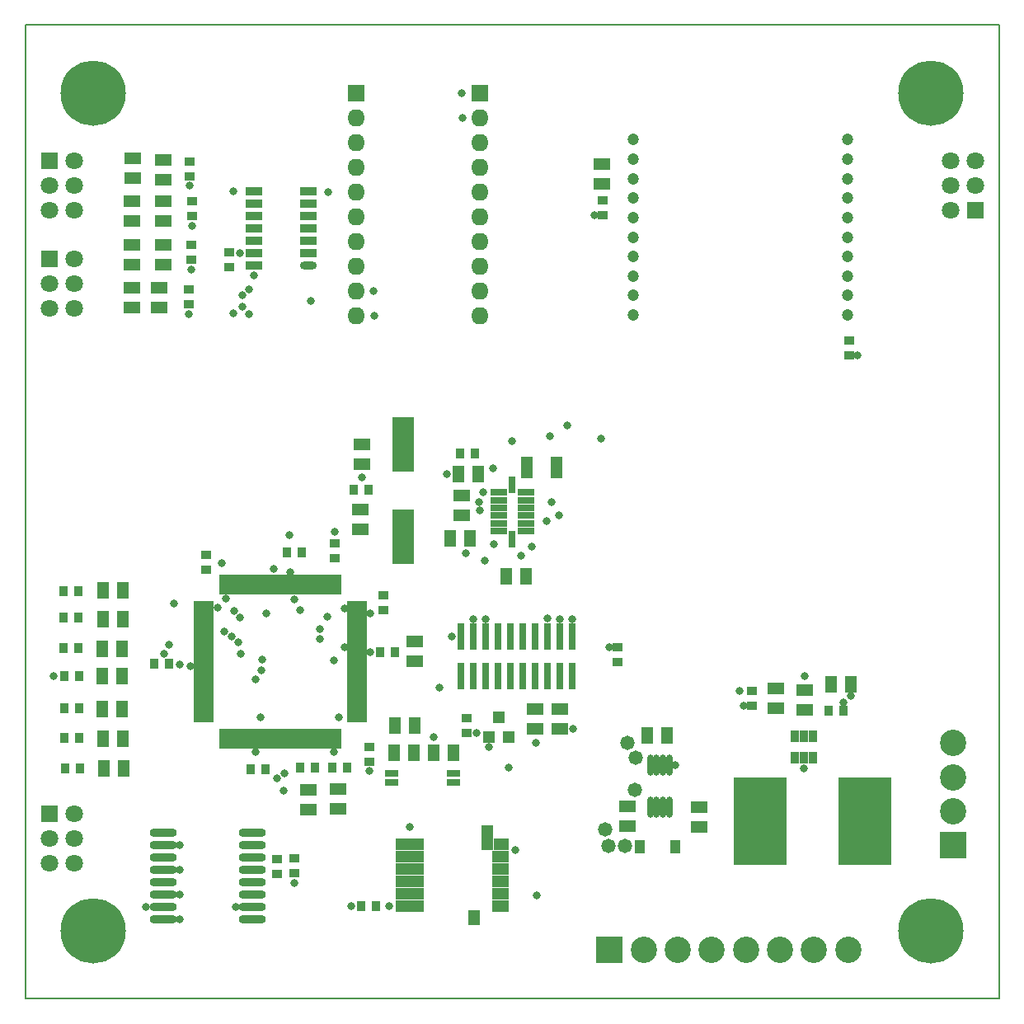
<source format=gts>
%FSLAX25Y25*%
%MOIN*%
G70*
G01*
G75*
G04 Layer_Color=8388736*
%ADD10R,0.06000X0.04000*%
%ADD11R,0.02953X0.11024*%
%ADD12R,0.04000X0.06000*%
%ADD13R,0.03201X0.02799*%
%ADD14R,0.02799X0.03201*%
%ADD15R,0.03543X0.04724*%
%ADD16O,0.10236X0.02756*%
%ADD17R,0.20472X0.34449*%
%ADD18O,0.01772X0.07874*%
%ADD19R,0.01201X0.07098*%
%ADD20R,0.01200X0.07100*%
%ADD21R,0.07100X0.01200*%
%ADD22R,0.07100X0.01200*%
%ADD23R,0.07098X0.01201*%
%ADD24R,0.02559X0.04134*%
%ADD25R,0.06000X0.02500*%
%ADD26O,0.06000X0.02500*%
%ADD27R,0.06299X0.01969*%
%ADD28R,0.01969X0.06299*%
%ADD29R,0.04724X0.02362*%
%ADD30R,0.07874X0.21654*%
%ADD31R,0.04000X0.04000*%
%ADD32R,0.04000X0.08000*%
%ADD33R,0.03937X0.09055*%
%ADD34R,0.03937X0.05118*%
%ADD35R,0.05118X0.03937*%
%ADD36R,0.05906X0.03937*%
%ADD37R,0.11024X0.03937*%
%ADD38C,0.01181*%
%ADD39C,0.01969*%
%ADD40C,0.00591*%
%ADD41C,0.00787*%
%ADD42C,0.06299*%
%ADD43R,0.06299X0.06299*%
%ADD44R,0.06300X0.06200*%
%ADD45O,0.06300X0.06200*%
%ADD46C,0.25590*%
%ADD47R,0.09843X0.09843*%
%ADD48C,0.09843*%
%ADD49C,0.03937*%
%ADD50R,0.09843X0.09843*%
%ADD51C,0.02362*%
%ADD52C,0.05000*%
%ADD53C,0.04000*%
%ADD54C,0.05906*%
G04:AMPARAMS|DCode=55|XSize=74.803mil|YSize=74.803mil|CornerRadius=0mil|HoleSize=0mil|Usage=FLASHONLY|Rotation=0.000|XOffset=0mil|YOffset=0mil|HoleType=Round|Shape=Relief|Width=10mil|Gap=7.87mil|Entries=4|*
%AMTHD55*
7,0,0,0.07480,0.05906,0.01000,45*
%
%ADD55THD55*%
%ADD56C,0.05512*%
G04:AMPARAMS|DCode=57|XSize=70.866mil|YSize=70.866mil|CornerRadius=0mil|HoleSize=0mil|Usage=FLASHONLY|Rotation=0.000|XOffset=0mil|YOffset=0mil|HoleType=Round|Shape=Relief|Width=10mil|Gap=7.87mil|Entries=4|*
%AMTHD57*
7,0,0,0.07087,0.05512,0.01000,45*
%
%ADD57THD57*%
G04:AMPARAMS|DCode=58|XSize=161.417mil|YSize=161.417mil|CornerRadius=0mil|HoleSize=0mil|Usage=FLASHONLY|Rotation=0.000|XOffset=0mil|YOffset=0mil|HoleType=Round|Shape=Relief|Width=10mil|Gap=7.87mil|Entries=4|*
%AMTHD58*
7,0,0,0.16142,0.14567,0.01000,45*
%
%ADD58THD58*%
%ADD59C,0.08268*%
G04:AMPARAMS|DCode=60|XSize=98.425mil|YSize=98.425mil|CornerRadius=0mil|HoleSize=0mil|Usage=FLASHONLY|Rotation=0.000|XOffset=0mil|YOffset=0mil|HoleType=Round|Shape=Relief|Width=10mil|Gap=7.87mil|Entries=4|*
%AMTHD60*
7,0,0,0.09843,0.08268,0.01000,45*
%
%ADD60THD60*%
%ADD61C,0.05118*%
G04:AMPARAMS|DCode=62|XSize=66.929mil|YSize=66.929mil|CornerRadius=0mil|HoleSize=0mil|Usage=FLASHONLY|Rotation=0.000|XOffset=0mil|YOffset=0mil|HoleType=Round|Shape=Relief|Width=10mil|Gap=7.87mil|Entries=4|*
%AMTHD62*
7,0,0,0.06693,0.05118,0.01000,45*
%
%ADD62THD62*%
%ADD63C,0.03543*%
G04:AMPARAMS|DCode=64|XSize=51.181mil|YSize=51.181mil|CornerRadius=0mil|HoleSize=0mil|Usage=FLASHONLY|Rotation=0.000|XOffset=0mil|YOffset=0mil|HoleType=Round|Shape=Relief|Width=10mil|Gap=7.87mil|Entries=4|*
%AMTHD64*
7,0,0,0.05118,0.03543,0.01000,45*
%
%ADD64THD64*%
G04:AMPARAMS|DCode=65|XSize=67.37mil|YSize=67.37mil|CornerRadius=0mil|HoleSize=0mil|Usage=FLASHONLY|Rotation=0.000|XOffset=0mil|YOffset=0mil|HoleType=Round|Shape=Relief|Width=10mil|Gap=7.87mil|Entries=4|*
%AMTHD65*
7,0,0,0.06737,0.05162,0.01000,45*
%
%ADD65THD65*%
%ADD66C,0.05162*%
%ADD67C,0.14567*%
%ADD68R,0.01181X0.03150*%
%ADD69R,0.03150X0.01181*%
%ADD70R,0.19685X0.19685*%
%ADD71R,0.12598X0.12598*%
%ADD72C,0.00984*%
%ADD73C,0.02362*%
%ADD74C,0.01000*%
%ADD75C,0.00800*%
%ADD76C,0.00394*%
%ADD77C,0.00197*%
%ADD78C,0.00500*%
%ADD79C,0.01200*%
%ADD80R,0.06800X0.04800*%
%ADD81R,0.04800X0.06800*%
%ADD82R,0.04001X0.03599*%
%ADD83R,0.03599X0.04001*%
%ADD84R,0.04343X0.05524*%
%ADD85O,0.11036X0.03556*%
%ADD86R,0.21272X0.35249*%
%ADD87O,0.02572X0.08674*%
%ADD88R,0.02001X0.07898*%
%ADD89R,0.02000X0.07900*%
%ADD90R,0.07900X0.02000*%
%ADD91R,0.07900X0.02000*%
%ADD92R,0.07898X0.02001*%
%ADD93R,0.03359X0.04934*%
%ADD94R,0.06800X0.03300*%
%ADD95O,0.06800X0.03300*%
%ADD96R,0.07099X0.02769*%
%ADD97R,0.02769X0.07099*%
%ADD98R,0.05524X0.03162*%
%ADD99R,0.08674X0.22453*%
%ADD100R,0.04800X0.04800*%
%ADD101R,0.04800X0.08800*%
%ADD102R,0.04737X0.09855*%
%ADD103R,0.04737X0.05918*%
%ADD104R,0.05918X0.04737*%
%ADD105R,0.06706X0.04737*%
%ADD106R,0.11824X0.04737*%
%ADD107C,0.07099*%
%ADD108R,0.07099X0.07099*%
%ADD109R,0.07100X0.07000*%
%ADD110O,0.07100X0.07000*%
%ADD111C,0.26391*%
%ADD112R,0.10642X0.10642*%
%ADD113C,0.10642*%
%ADD114C,0.04737*%
%ADD115R,0.10642X0.10642*%
%ADD116C,0.03162*%
%ADD117C,0.05800*%
D11*
X176122Y130287D02*
D03*
Y146287D02*
D03*
X181122Y130287D02*
D03*
Y146287D02*
D03*
X186122Y130287D02*
D03*
Y146287D02*
D03*
X191122Y130287D02*
D03*
Y146287D02*
D03*
X196122Y130287D02*
D03*
Y146287D02*
D03*
X201122Y130287D02*
D03*
Y146287D02*
D03*
X206122Y130287D02*
D03*
Y146287D02*
D03*
X211122Y130287D02*
D03*
Y146287D02*
D03*
X216122Y130287D02*
D03*
Y146287D02*
D03*
X221122Y130287D02*
D03*
Y146287D02*
D03*
D41*
X0Y0D02*
Y393701D01*
X393701D01*
Y0D02*
Y393701D01*
X0Y0D02*
X393701D01*
D80*
X157283Y136354D02*
D03*
Y144354D02*
D03*
X206201Y108992D02*
D03*
Y116992D02*
D03*
X216142Y108992D02*
D03*
Y116992D02*
D03*
X135531Y197898D02*
D03*
Y189898D02*
D03*
X135925Y216079D02*
D03*
Y224079D02*
D03*
X176279Y203410D02*
D03*
Y195410D02*
D03*
X126476Y84610D02*
D03*
Y76610D02*
D03*
X114567Y84413D02*
D03*
Y76413D02*
D03*
X303346Y125260D02*
D03*
Y117260D02*
D03*
X243504Y77721D02*
D03*
Y69721D02*
D03*
X272343Y69524D02*
D03*
Y77524D02*
D03*
X233071Y329366D02*
D03*
Y337366D02*
D03*
X54233Y279303D02*
D03*
Y287303D02*
D03*
X43012D02*
D03*
Y279303D02*
D03*
X55610Y296590D02*
D03*
Y304591D02*
D03*
X43012Y304787D02*
D03*
Y296788D02*
D03*
X55610Y314307D02*
D03*
Y322307D02*
D03*
X43012Y322307D02*
D03*
Y314307D02*
D03*
X55807Y331039D02*
D03*
Y339039D02*
D03*
X43307Y339630D02*
D03*
Y331630D02*
D03*
X315158Y124866D02*
D03*
Y116866D02*
D03*
D81*
X149248Y110531D02*
D03*
X157248D02*
D03*
X156953Y99409D02*
D03*
X148953D02*
D03*
X165094Y99508D02*
D03*
X173094D02*
D03*
X183232Y212008D02*
D03*
X175232D02*
D03*
X171689Y186221D02*
D03*
X179689D02*
D03*
X202327Y170866D02*
D03*
X194327D02*
D03*
X333823Y127067D02*
D03*
X325823D02*
D03*
X251413Y106299D02*
D03*
X259413D02*
D03*
X31630Y93209D02*
D03*
X39630D02*
D03*
X31433Y105118D02*
D03*
X39433D02*
D03*
X31138Y117225D02*
D03*
X39138D02*
D03*
X31138Y130413D02*
D03*
X39138D02*
D03*
X31236Y141535D02*
D03*
X39236D02*
D03*
X31433Y153347D02*
D03*
X39433D02*
D03*
X31433Y165059D02*
D03*
X39433D02*
D03*
D82*
X139173Y95720D02*
D03*
Y101720D02*
D03*
X144783Y157138D02*
D03*
Y163138D02*
D03*
X239468Y135976D02*
D03*
Y141976D02*
D03*
X178543Y107335D02*
D03*
Y113335D02*
D03*
X293602Y124260D02*
D03*
Y118260D02*
D03*
X101870Y56543D02*
D03*
Y50543D02*
D03*
X108661Y56642D02*
D03*
Y50642D02*
D03*
X72933Y179280D02*
D03*
Y173280D02*
D03*
X332973Y265992D02*
D03*
Y259992D02*
D03*
X233465Y316587D02*
D03*
Y322587D02*
D03*
X82284Y295819D02*
D03*
Y301819D02*
D03*
X66142Y286697D02*
D03*
Y280697D02*
D03*
X67126Y304771D02*
D03*
Y298772D02*
D03*
X67520Y322390D02*
D03*
Y316390D02*
D03*
X66535Y338531D02*
D03*
Y332531D02*
D03*
X125000Y184004D02*
D03*
Y178004D02*
D03*
D83*
X130067Y93504D02*
D03*
X124067D02*
D03*
X117173Y93307D02*
D03*
X111173D02*
D03*
X105661Y180315D02*
D03*
X111661D02*
D03*
X132827Y205709D02*
D03*
X138827D02*
D03*
X175642Y220276D02*
D03*
X181642D02*
D03*
X143457Y140059D02*
D03*
X149457D02*
D03*
X91193Y92717D02*
D03*
X97193D02*
D03*
X141779Y37303D02*
D03*
X135780D02*
D03*
X52118Y135433D02*
D03*
X58118D02*
D03*
X16193Y93209D02*
D03*
X22193D02*
D03*
X15898Y105512D02*
D03*
X21898D02*
D03*
X15799Y117323D02*
D03*
X21799D02*
D03*
X15701Y130413D02*
D03*
X21701D02*
D03*
X15504Y141732D02*
D03*
X21504D02*
D03*
X15504Y153937D02*
D03*
X21504D02*
D03*
X324854Y116437D02*
D03*
X330854D02*
D03*
X15307Y164862D02*
D03*
X21307D02*
D03*
D84*
X248425Y61319D02*
D03*
X262598D02*
D03*
D85*
X91831Y32106D02*
D03*
Y37106D02*
D03*
Y42106D02*
D03*
Y47106D02*
D03*
Y52106D02*
D03*
Y57106D02*
D03*
Y62106D02*
D03*
Y67106D02*
D03*
X55610Y32106D02*
D03*
Y37106D02*
D03*
Y42106D02*
D03*
Y47106D02*
D03*
Y52106D02*
D03*
Y57106D02*
D03*
Y62106D02*
D03*
Y67106D02*
D03*
D86*
X297047Y71851D02*
D03*
X339567D02*
D03*
D87*
X252658Y77559D02*
D03*
X255217D02*
D03*
X257775D02*
D03*
X260335D02*
D03*
X252658Y94488D02*
D03*
X255217D02*
D03*
X257775D02*
D03*
X260335D02*
D03*
D88*
X81398Y105118D02*
D03*
X79429D02*
D03*
D89*
X83366D02*
D03*
X85335D02*
D03*
X87303D02*
D03*
X89272D02*
D03*
X91240D02*
D03*
X93209D02*
D03*
X95177D02*
D03*
X97146D02*
D03*
X99114D02*
D03*
X101083D02*
D03*
X103051D02*
D03*
X105020D02*
D03*
X106988D02*
D03*
X108957D02*
D03*
X110925D02*
D03*
X112894D02*
D03*
X114862D02*
D03*
X116831D02*
D03*
X118799D02*
D03*
X120768D02*
D03*
X122736D02*
D03*
X124705D02*
D03*
X126673D02*
D03*
X81398Y167323D02*
D03*
X83366D02*
D03*
X85335D02*
D03*
X87303D02*
D03*
X89272D02*
D03*
X79429D02*
D03*
X91240D02*
D03*
X93209D02*
D03*
X95177D02*
D03*
X97146D02*
D03*
X103051D02*
D03*
X105020D02*
D03*
X106988D02*
D03*
X108957D02*
D03*
X110925D02*
D03*
X112894D02*
D03*
X114862D02*
D03*
X116831D02*
D03*
X118799D02*
D03*
X120768D02*
D03*
X122736D02*
D03*
X124705D02*
D03*
X126673D02*
D03*
X99114Y167323D02*
D03*
X101083D02*
D03*
D90*
X134153Y114567D02*
D03*
Y112599D02*
D03*
Y116535D02*
D03*
Y118504D02*
D03*
Y120473D02*
D03*
X71949Y151969D02*
D03*
Y153937D02*
D03*
Y155905D02*
D03*
Y157874D02*
D03*
D91*
X134153Y122441D02*
D03*
Y124409D02*
D03*
Y126378D02*
D03*
Y128347D02*
D03*
Y130315D02*
D03*
Y132283D02*
D03*
Y134252D02*
D03*
Y136221D02*
D03*
Y138189D02*
D03*
Y140157D02*
D03*
Y142126D02*
D03*
Y144095D02*
D03*
Y146063D02*
D03*
Y148031D02*
D03*
Y150000D02*
D03*
Y151969D02*
D03*
Y153937D02*
D03*
Y155905D02*
D03*
Y157874D02*
D03*
Y159843D02*
D03*
X71949Y112599D02*
D03*
Y116535D02*
D03*
Y118504D02*
D03*
Y122441D02*
D03*
Y124409D02*
D03*
Y126378D02*
D03*
Y128347D02*
D03*
Y130315D02*
D03*
Y132283D02*
D03*
Y134252D02*
D03*
Y136221D02*
D03*
Y138189D02*
D03*
Y140157D02*
D03*
Y142126D02*
D03*
Y144095D02*
D03*
Y146063D02*
D03*
Y148031D02*
D03*
Y150000D02*
D03*
Y120472D02*
D03*
Y114567D02*
D03*
D92*
Y159843D02*
D03*
D93*
X311024Y97342D02*
D03*
X314764D02*
D03*
X318504D02*
D03*
Y106201D02*
D03*
X314764D02*
D03*
X311024D02*
D03*
D94*
X114272Y301260D02*
D03*
Y306260D02*
D03*
X92272Y296260D02*
D03*
Y301260D02*
D03*
Y306260D02*
D03*
Y311260D02*
D03*
Y316260D02*
D03*
Y321260D02*
D03*
Y326260D02*
D03*
X114272D02*
D03*
Y321260D02*
D03*
Y316260D02*
D03*
Y311260D02*
D03*
D95*
Y296260D02*
D03*
D96*
X202362Y195275D02*
D03*
Y192126D02*
D03*
Y188976D02*
D03*
Y198425D02*
D03*
Y201575D02*
D03*
Y204725D02*
D03*
X191339D02*
D03*
Y201575D02*
D03*
Y198425D02*
D03*
Y188976D02*
D03*
Y192126D02*
D03*
Y195275D02*
D03*
D97*
X196850Y207874D02*
D03*
Y185827D02*
D03*
D98*
X172933Y87402D02*
D03*
Y90945D02*
D03*
X148130D02*
D03*
Y87402D02*
D03*
D99*
X152657Y186811D02*
D03*
Y224213D02*
D03*
D100*
X187276Y105610D02*
D03*
X191276Y113610D02*
D03*
X195276Y105610D02*
D03*
D101*
X214858Y214665D02*
D03*
X202858D02*
D03*
D102*
X186811Y65059D02*
D03*
D103*
X181299Y32874D02*
D03*
D104*
X192520Y62500D02*
D03*
D105*
X192126Y57500D02*
D03*
Y52500D02*
D03*
Y47500D02*
D03*
Y42500D02*
D03*
Y37500D02*
D03*
D106*
X155315D02*
D03*
Y42500D02*
D03*
Y47500D02*
D03*
Y52500D02*
D03*
Y57500D02*
D03*
Y62500D02*
D03*
D107*
X19685Y54803D02*
D03*
X9685D02*
D03*
X19685Y64803D02*
D03*
X9685D02*
D03*
X19685Y74803D02*
D03*
Y279213D02*
D03*
X9685D02*
D03*
X19685Y289213D02*
D03*
X9685D02*
D03*
X19685Y299213D02*
D03*
Y318583D02*
D03*
X9685D02*
D03*
X19685Y328583D02*
D03*
X9685D02*
D03*
X19685Y338583D02*
D03*
X374016Y338898D02*
D03*
X384016D02*
D03*
X374016Y328898D02*
D03*
X384016D02*
D03*
X374016Y318898D02*
D03*
D108*
X9685Y74803D02*
D03*
Y299213D02*
D03*
Y338583D02*
D03*
X384016Y318898D02*
D03*
D109*
X183858Y366142D02*
D03*
X133858Y366142D02*
D03*
D110*
X183858Y356142D02*
D03*
Y346142D02*
D03*
Y336142D02*
D03*
Y316142D02*
D03*
Y306142D02*
D03*
Y296142D02*
D03*
Y286142D02*
D03*
Y276142D02*
D03*
Y326142D02*
D03*
X133858Y356142D02*
D03*
Y346142D02*
D03*
Y336142D02*
D03*
Y316142D02*
D03*
Y306142D02*
D03*
Y296142D02*
D03*
Y286142D02*
D03*
Y276142D02*
D03*
Y326142D02*
D03*
D111*
X27559Y366142D02*
D03*
X366142D02*
D03*
X27559Y27559D02*
D03*
X366142D02*
D03*
D112*
X375000Y62008D02*
D03*
D113*
Y75788D02*
D03*
Y89567D02*
D03*
Y103347D02*
D03*
X250000Y19685D02*
D03*
X263779D02*
D03*
X277559D02*
D03*
X291339D02*
D03*
X305118D02*
D03*
X318898D02*
D03*
X332677D02*
D03*
D114*
X245768Y347244D02*
D03*
Y339370D02*
D03*
Y331496D02*
D03*
Y323622D02*
D03*
Y315748D02*
D03*
Y307874D02*
D03*
Y300000D02*
D03*
Y292126D02*
D03*
Y284252D02*
D03*
Y276378D02*
D03*
X332382D02*
D03*
Y284252D02*
D03*
Y292126D02*
D03*
Y300000D02*
D03*
Y307874D02*
D03*
Y315748D02*
D03*
Y323622D02*
D03*
Y331496D02*
D03*
Y339370D02*
D03*
Y347244D02*
D03*
D115*
X236221Y19685D02*
D03*
D116*
X221457Y108957D02*
D03*
X221063Y153543D02*
D03*
X216142D02*
D03*
X211122Y153642D02*
D03*
X172539Y146260D02*
D03*
X181102Y153543D02*
D03*
X186122D02*
D03*
X139385Y140157D02*
D03*
X167323Y125591D02*
D03*
X195374Y93405D02*
D03*
X236187Y141976D02*
D03*
X206496Y103445D02*
D03*
X206594Y41732D02*
D03*
X170473Y212008D02*
D03*
X67520Y312500D02*
D03*
X66142Y276870D02*
D03*
X67126Y294882D02*
D03*
X66535Y328642D02*
D03*
X93209Y99888D02*
D03*
X95177Y113856D02*
D03*
X124705Y99888D02*
D03*
X126673Y113856D02*
D03*
X79429Y176062D02*
D03*
X106988Y172554D02*
D03*
X108858Y161319D02*
D03*
X66718Y134252D02*
D03*
X128922Y142126D02*
D03*
X139385Y155905D02*
D03*
X128922Y157874D02*
D03*
X62410Y32106D02*
D03*
X48811Y37106D02*
D03*
X62410Y42106D02*
D03*
Y52106D02*
D03*
Y62106D02*
D03*
X85031Y37106D02*
D03*
X333823Y122386D02*
D03*
X230183Y316587D02*
D03*
X290321Y118260D02*
D03*
X330854Y119719D02*
D03*
X336254Y259992D02*
D03*
X165094Y105870D02*
D03*
X135925Y210827D02*
D03*
X85925Y144095D02*
D03*
X87111Y139377D02*
D03*
X200492Y179134D02*
D03*
X215748Y195276D02*
D03*
X196850Y225394D02*
D03*
X204626Y182579D02*
D03*
X212598Y200689D02*
D03*
X189173Y214272D02*
D03*
X219094Y231594D02*
D03*
X314764Y93209D02*
D03*
X288634Y124260D02*
D03*
X101870Y88976D02*
D03*
X315158Y130413D02*
D03*
X104631Y91048D02*
D03*
X124705Y136811D02*
D03*
X189469Y183858D02*
D03*
X185728Y177165D02*
D03*
X83366Y146358D02*
D03*
X62303Y135236D02*
D03*
X80319Y148432D02*
D03*
X125000Y188583D02*
D03*
X139180Y92229D02*
D03*
X187276Y101744D02*
D03*
X197933Y60039D02*
D03*
X86693Y301260D02*
D03*
X108661Y46653D02*
D03*
X155315Y69488D02*
D03*
X104528Y84055D02*
D03*
X146949Y37500D02*
D03*
X131791Y37303D02*
D03*
X140827Y286142D02*
D03*
X141181Y276142D02*
D03*
X176476Y366142D02*
D03*
X176614Y356142D02*
D03*
X92272Y292567D02*
D03*
X11516Y130413D02*
D03*
X56102Y139567D02*
D03*
X58172Y143216D02*
D03*
X86614Y154035D02*
D03*
X84547Y156890D02*
D03*
X81102Y161713D02*
D03*
X77858Y157980D02*
D03*
X97345Y155807D02*
D03*
X111024Y156988D02*
D03*
X93110Y128937D02*
D03*
X95866Y137106D02*
D03*
X95472Y132776D02*
D03*
X100497Y173630D02*
D03*
X122343Y326083D02*
D03*
X87697Y284350D02*
D03*
X90551Y286614D02*
D03*
X115250Y282087D02*
D03*
X90551Y276870D02*
D03*
X87697Y279626D02*
D03*
X84153Y326476D02*
D03*
Y276969D02*
D03*
X60188Y159744D02*
D03*
X106595Y187303D02*
D03*
X185138Y204823D02*
D03*
X183366Y200886D02*
D03*
X183661Y197441D02*
D03*
X177953Y179921D02*
D03*
X119193Y149508D02*
D03*
X121949Y154429D02*
D03*
X119095Y145571D02*
D03*
X210728Y193012D02*
D03*
X262894Y94488D02*
D03*
X182283Y107283D02*
D03*
X212161Y227327D02*
D03*
X232677Y226476D02*
D03*
D117*
X246555Y84547D02*
D03*
X243406Y103248D02*
D03*
X246654Y97244D02*
D03*
X234252Y68504D02*
D03*
X235630Y61614D02*
D03*
X242421Y61713D02*
D03*
M02*

</source>
